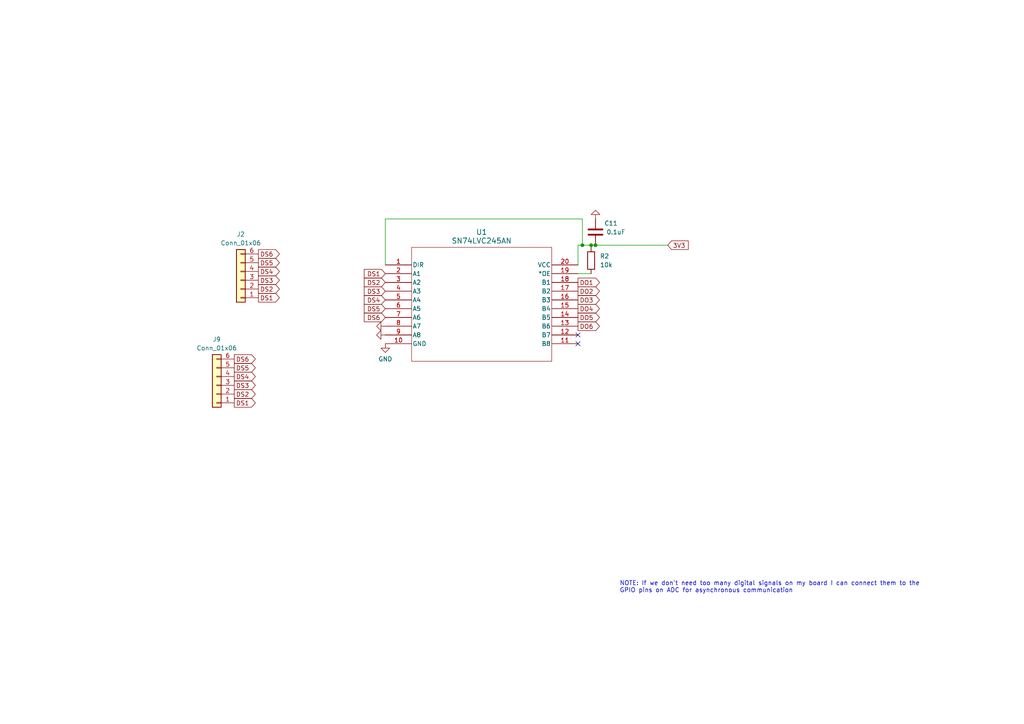
<source format=kicad_sch>
(kicad_sch (version 20230121) (generator eeschema)
  (paper "A4")
  (lib_symbols
    (symbol "21xt_symbols:SN74LVC245AN" (pin_names (offset 0.254))
      (property "Reference" "U" (at 27.94 10.16 0))
      (property "Value" "SN74LVC245AN" (at 27.94 7.62 0))
      (symbol "SN74LVC245AN_0_1"
        (polyline (pts (xy 7.62 -27.94) (xy 48.26 -27.94)) (stroke (width 0.127)))
        (polyline (pts (xy 7.62 5.08) (xy 7.62 -27.94)) (stroke (width 0.127)))
        (polyline (pts (xy 48.26 -27.94) (xy 48.26 5.08)) (stroke (width 0.127)))
        (polyline (pts (xy 48.26 5.08) (xy 7.62 5.08)) (stroke (width 0.127)))
        (pin input line (at 0 0 0) (length 7.62) (name "DIR") (number "1"))
        (pin power_in line (at 0 -22.86 0) (length 7.62) (name "GND") (number "10"))
        (pin bidirectional line (at 55.88 -22.86 180) (length 7.62) (name "B8") (number "11"))
        (pin bidirectional line (at 55.88 -20.32 180) (length 7.62) (name "B7") (number "12"))
        (pin bidirectional line (at 55.88 -17.78 180) (length 7.62) (name "B6") (number "13"))
        (pin bidirectional line (at 55.88 -15.24 180) (length 7.62) (name "B5") (number "14"))
        (pin bidirectional line (at 55.88 -12.7 180) (length 7.62) (name "B4") (number "15"))
        (pin bidirectional line (at 55.88 -10.16 180) (length 7.62) (name "B3") (number "16"))
        (pin bidirectional line (at 55.88 -7.62 180) (length 7.62) (name "B2") (number "17"))
        (pin bidirectional line (at 55.88 -5.08 180) (length 7.62) (name "B1") (number "18"))
        (pin input line (at 55.88 -2.54 180) (length 7.62) (name "*OE") (number "19"))
        (pin bidirectional line (at 0 -2.54 0) (length 7.62) (name "A1") (number "2"))
        (pin power_in line (at 55.88 0 180) (length 7.62) (name "VCC") (number "20"))
        (pin bidirectional line (at 0 -5.08 0) (length 7.62) (name "A2") (number "3"))
        (pin bidirectional line (at 0 -7.62 0) (length 7.62) (name "A3") (number "4"))
        (pin bidirectional line (at 0 -10.16 0) (length 7.62) (name "A4") (number "5"))
        (pin bidirectional line (at 0 -12.7 0) (length 7.62) (name "A5") (number "6"))
        (pin bidirectional line (at 0 -15.24 0) (length 7.62) (name "A6") (number "7"))
        (pin bidirectional line (at 0 -17.78 0) (length 7.62) (name "A7") (number "8"))
        (pin bidirectional line (at 0 -20.32 0) (length 7.62) (name "A8") (number "9"))
      )
    )
    (symbol "Connector_Generic:Conn_01x06" (pin_names (offset 1.016) hide)
      (property "Reference" "J" (at 0 7.62 0))
      (property "Value" "Conn_01x06" (at 0 -10.16 0))
      (symbol "Conn_01x06_1_1"
        (rectangle (start -1.27 -7.493) (end 0 -7.747) (stroke (width 0.1524)))
        (rectangle (start -1.27 -4.953) (end 0 -5.207) (stroke (width 0.1524)))
        (rectangle (start -1.27 -2.413) (end 0 -2.667) (stroke (width 0.1524)))
        (rectangle (start -1.27 0.127) (end 0 -0.127) (stroke (width 0.1524)))
        (rectangle (start -1.27 2.667) (end 0 2.413) (stroke (width 0.1524)))
        (rectangle (start -1.27 5.207) (end 0 4.953) (stroke (width 0.1524)))
        (rectangle (start -1.27 6.35) (end 1.27 -8.89) (stroke (width 0.254)) (fill (type background)))
        (pin passive line (at -5.08 5.08 0) (length 3.81) (name "Pin_1") (number "1"))
        (pin passive line (at -5.08 2.54 0) (length 3.81) (name "Pin_2") (number "2"))
        (pin passive line (at -5.08 0 0) (length 3.81) (name "Pin_3") (number "3"))
        (pin passive line (at -5.08 -2.54 0) (length 3.81) (name "Pin_4") (number "4"))
        (pin passive line (at -5.08 -5.08 0) (length 3.81) (name "Pin_5") (number "5"))
        (pin passive line (at -5.08 -7.62 0) (length 3.81) (name "Pin_6") (number "6"))
      )
    )
    (symbol "Device:C" (pin_numbers hide) (pin_names (offset 0.254))
      (property "Reference" "C" (at 0.635 2.54 0))
      (property "Value" "C" (at 0.635 -2.54 0))
      (symbol "C_0_1"
        (polyline (pts (xy -2.032 -0.762) (xy 2.032 -0.762)) (stroke (width 0.508)))
        (polyline (pts (xy -2.032 0.762) (xy 2.032 0.762)) (stroke (width 0.508)))
      )
      (symbol "C_1_1"
        (pin passive line (at 0 3.81 270) (length 2.794) (name "~") (number "1"))
        (pin passive line (at 0 -3.81 90) (length 2.794) (name "~") (number "2"))
      )
    )
    (symbol "Device:R" (pin_numbers hide) (pin_names (offset 0))
      (property "Reference" "R" (at 2.032 0 90))
      (property "Value" "R" (at 0 0 90))
      (symbol "R_0_1"
        (rectangle (start -1.016 -2.54) (end 1.016 2.54) (stroke (width 0.254)))
      )
      (symbol "R_1_1"
        (pin passive line (at 0 3.81 270) (length 1.27) (name "~") (number "1"))
        (pin passive line (at 0 -3.81 90) (length 1.27) (name "~") (number "2"))
      )
    )
    (symbol "power:GND" (power) (pin_names (offset 0))
      (property "Value" "GND" (at 0 -3.81 0))
      (symbol "GND_0_1"
        (polyline (pts (xy 0 0) (xy 0 -1.27) (xy 1.27 -1.27) (xy 0 -2.54) (xy -1.27 -1.27) (xy 0 -1.27)))
      )
      (symbol "GND_1_1"
        (pin power_in line (at 0 0 270) (length 0) hide (name "GND") (number "1"))
      )
    )
  )
  (junction (at 171.45 71.12))
  (junction (at 168.91 71.12))
  (junction (at 172.72 71.12))
  (no_connect (at 167.64 99.695))
  (no_connect (at 167.64 97.155))
  (wire (pts (xy 111.76 63.5) (xy 168.91 63.5)))
  (wire (pts (xy 172.72 71.12) (xy 193.675 71.12)))
  (wire (pts (xy 167.64 71.12) (xy 168.91 71.12)))
  (wire (pts (xy 168.91 63.5) (xy 168.91 71.12)))
  (wire (pts (xy 167.64 71.12) (xy 167.64 76.835)))
  (wire (pts (xy 168.91 71.12) (xy 171.45 71.12)))
  (wire (pts (xy 167.64 79.375) (xy 171.45 79.375)))
  (wire (pts (xy 111.76 76.835) (xy 111.76 63.5)))
  (wire (pts (xy 171.45 71.12) (xy 172.72 71.12)))
  (wire (pts (xy 171.45 71.12) (xy 171.45 71.755)))
  (text "NOTE: If we don't need too many digital signals on my board I can connect them to the\nGPIO pins on ADC for asynchronous communication" (at 179.705 172.085 0) (effects (font (size 1.27 1.27)) (justify left bottom)))
  (global_label "DS2" (shape output) (at 67.945 114.3 0) (property "Intersheetrefs" "${INTERSHEET_REFS}" (effects hide)))
  (global_label "DS6" (shape output) (at 67.945 104.14 0) (property "Intersheetrefs" "${INTERSHEET_REFS}" (effects hide)))
  (global_label "3V3" (shape input) (at 193.675 71.12 0) (property "Intersheetrefs" "${INTERSHEET_REFS}" (effects hide)))
  (global_label "DS4" (shape output) (at 74.93 78.74 0) (property "Intersheetrefs" "${INTERSHEET_REFS}" (effects hide)))
  (global_label "DS3" (shape output) (at 67.945 111.76 0) (property "Intersheetrefs" "${INTERSHEET_REFS}" (effects hide)))
  (global_label "DO4" (shape output) (at 167.64 89.535 0) (property "Intersheetrefs" "${INTERSHEET_REFS}" (effects hide)))
  (global_label "DS4" (shape input) (at 111.76 86.995 180) (property "Intersheetrefs" "${INTERSHEET_REFS}" (effects hide)))
  (global_label "DO5" (shape output) (at 167.64 92.075 0) (property "Intersheetrefs" "${INTERSHEET_REFS}" (effects hide)))
  (global_label "DS4" (shape output) (at 67.945 109.22 0) (property "Intersheetrefs" "${INTERSHEET_REFS}" (effects hide)))
  (global_label "DS1" (shape input) (at 111.76 79.375 180) (property "Intersheetrefs" "${INTERSHEET_REFS}" (effects hide)))
  (global_label "DS2" (shape output) (at 74.93 83.82 0) (property "Intersheetrefs" "${INTERSHEET_REFS}" (effects hide)))
  (global_label "DS3" (shape output) (at 74.93 81.28 0) (property "Intersheetrefs" "${INTERSHEET_REFS}" (effects hide)))
  (global_label "DS5" (shape output) (at 74.93 76.2 0) (property "Intersheetrefs" "${INTERSHEET_REFS}" (effects hide)))
  (global_label "DO2" (shape output) (at 167.64 84.455 0) (property "Intersheetrefs" "${INTERSHEET_REFS}" (effects hide)))
  (global_label "DO6" (shape output) (at 167.64 94.615 0) (property "Intersheetrefs" "${INTERSHEET_REFS}" (effects hide)))
  (global_label "DS6" (shape output) (at 74.93 73.66 0) (property "Intersheetrefs" "${INTERSHEET_REFS}" (effects hide)))
  (global_label "DS6" (shape input) (at 111.76 92.075 180) (property "Intersheetrefs" "${INTERSHEET_REFS}" (effects hide)))
  (global_label "DS5" (shape input) (at 111.76 89.535 180) (property "Intersheetrefs" "${INTERSHEET_REFS}" (effects hide)))
  (global_label "DO1" (shape output) (at 167.64 81.915 0) (property "Intersheetrefs" "${INTERSHEET_REFS}" (effects hide)))
  (global_label "DS1" (shape output) (at 67.945 116.84 0) (property "Intersheetrefs" "${INTERSHEET_REFS}" (effects hide)))
  (global_label "DS3" (shape input) (at 111.76 84.455 180) (property "Intersheetrefs" "${INTERSHEET_REFS}" (effects hide)))
  (global_label "DS1" (shape output) (at 74.93 86.36 0) (property "Intersheetrefs" "${INTERSHEET_REFS}" (effects hide)))
  (global_label "DS5" (shape output) (at 67.945 106.68 0) (property "Intersheetrefs" "${INTERSHEET_REFS}" (effects hide)))
  (global_label "DS2" (shape input) (at 111.76 81.915 180) (property "Intersheetrefs" "${INTERSHEET_REFS}" (effects hide)))
  (global_label "DO3" (shape output) (at 167.64 86.995 0) (property "Intersheetrefs" "${INTERSHEET_REFS}" (effects hide)))
  (symbol (lib_id "power:GND") (at 111.76 94.615 270) (unit 1)
    (property "Reference" "#PWR021" (effects hide))
    (property "Value" "GND" (effects hide))
    (instances (project "mainbox1.0" (path "" (reference "#PWR021") (unit 1))) (project "Mainboard_priv" (path "" (reference "#PWR044") (unit 1))))
  )
  (symbol (lib_id "power:GND") (at 111.76 97.155 270) (unit 1)
    (property "Reference" "#PWR022" (effects hide))
    (property "Value" "GND" (effects hide))
    (instances (project "mainbox1.0" (path "" (reference "#PWR022") (unit 1))) (project "Mainboard_priv" (path "" (reference "#PWR045") (unit 1))))
  )
  (symbol (lib_id "21xt_symbols:SN74LVC245AN") (at 111.76 76.835 0) (unit 1)
    (property "Reference" "U1" (at 139.7 67.31 0) (effects (font (size 1.524 1.524))))
    (property "Value" "SN74LVC245AN" (at 139.7 69.85 0) (effects (font (size 1.524 1.524))))
    (property "Datasheet" "SN74LVC245AN" (effects hide))
    (instances (project "mainbox1.0" (path "" (reference "U1") (unit 1))) (project "Mainboard_priv" (path "" (reference "U2") (unit 1)) (path "" (reference "U2") (unit 1))))
  )
  (symbol (lib_id "Device:C") (at 172.72 67.31 0) (unit 1)
    (property "Reference" "C11" (at 175.26 64.77 0) (effects (justify left)))
    (property "Value" "0.1uF" (at 175.895 67.31 0) (effects (justify left)))
    (property "Footprint" "Capacitor_SMD:C_0603_1608Metric" (effects hide))
  )
  (symbol (lib_id "Connector_Generic:Conn_01x06") (at 69.85 81.28 180) (unit 1)
    (property "Reference" "J2" (at 69.85 67.945 0))
    (property "Value" "Conn_01x06" (at 69.85 70.485 0))
    (instances (project "mainbox1.0" (path "" (reference "J2") (unit 1))) (project "Mainboard_priv" (path "" (reference "J5") (unit 1))))
  )
  (symbol (lib_id "power:GND") (at 172.72 63.5 180) (unit 1)
    (property "Reference" "#PWR024" (effects hide))
    (property "Value" "GND" (effects hide))
    (instances (project "mainbox1.0" (path "" (reference "#PWR024") (unit 1))) (project "Mainboard_priv" (path "" (reference "#PWR046") (unit 1))))
  )
  (symbol (lib_id "Device:R") (at 171.45 75.565 0) (unit 1)
    (property "Reference" "R2" (at 173.99 74.295 0) (effects (justify left)))
    (property "Value" "10k" (at 173.99 76.835 0) (effects (justify left)))
    (property "Footprint" "Resistor_SMD:R_0603_1608Metric" (effects hide))
    (instances (project "mainbox1.0" (path "" (reference "R2") (unit 1))) (project "Mainboard_priv" (path "" (reference "R5") (unit 1))))
  )
  (symbol (lib_id "power:GND") (at 111.76 99.695 0) (unit 1)
    (property "Reference" "#PWR023" (effects hide))
    (property "Value" "GND" (at 111.76 104.14 0))
    (instances (project "mainbox1.0" (path "" (reference "#PWR023") (unit 1))) (project "Mainboard_priv" (path "" (reference "#PWR023") (unit 1)) (path "" (reference "#PWR040") (unit 1))))
  )
  (symbol (lib_id "Connector_Generic:Conn_01x06") (at 62.865 111.76 180) (unit 1)
    (property "Reference" "J9" (at 62.865 98.425 0))
    (property "Value" "Conn_01x06" (at 62.865 100.965 0))
    (instances (project "mainbox1.0" (path "" (reference "J9") (unit 1))) (project "Mainboard_priv" (path "" (reference "J5") (unit 1))))
  )
)
</source>
